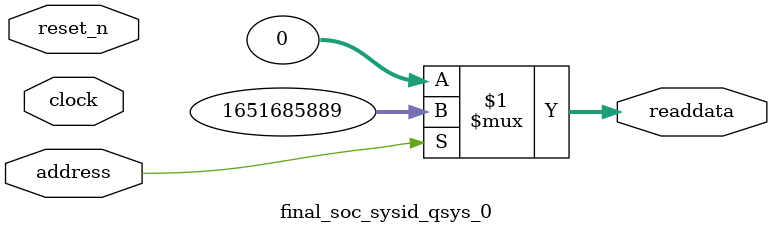
<source format=v>



// synthesis translate_off
`timescale 1ns / 1ps
// synthesis translate_on

// turn off superfluous verilog processor warnings 
// altera message_level Level1 
// altera message_off 10034 10035 10036 10037 10230 10240 10030 

module final_soc_sysid_qsys_0 (
               // inputs:
                address,
                clock,
                reset_n,

               // outputs:
                readdata
             )
;

  output  [ 31: 0] readdata;
  input            address;
  input            clock;
  input            reset_n;

  wire    [ 31: 0] readdata;
  //control_slave, which is an e_avalon_slave
  assign readdata = address ? 1651685889 : 0;

endmodule



</source>
